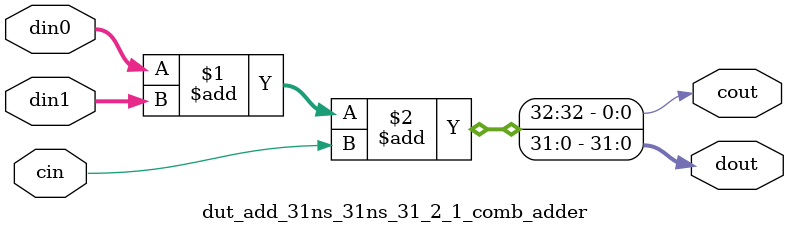
<source format=v>
`timescale 1 ns / 1 ps

module dut_add_31ns_31ns_31_2_1(clk, reset, ce, din0, din1, dout);
parameter ID         = 1;              // core ID, unused in RTL
parameter NUM_STAGE  = 2;
parameter din0_WIDTH = 31;   // data bitwidth
parameter din1_WIDTH = 31;   // 
parameter dout_WIDTH = 31;   // output bitwidth

// ---- input/output ports list here ----
input   clk;
input   reset;
input   ce;
input  [din0_WIDTH - 1 : 0] din0;
input  [din1_WIDTH - 1 : 0] din1;

output [dout_WIDTH - 1 : 0] dout;
//   

// wire for the primary inputs
wire [31 - 1 : 0] ain_s0 = din0;
wire [31 - 1 : 0] bin_s0 = din1;

// This AddSub module have totally 2 stages. For each stage the adder's width are:
// [15,16]
//  
//   

// Stage 1 logic
wire [15 - 1 : 0]    fas_s1;
wire                 facout_s1;
// 
reg  [16 - 1 : 0]    ain_s1;
reg  [16 - 1 : 0]    bin_s1;
reg  [15 - 1 : 0]    sum_s1;
reg                  carry_s1;
// 
//  
//  
// 
dut_add_31ns_31ns_31_2_1_comb_adder #(
    .N    ( 15 )
) u1 (
    .din0    ( ain_s0[15 - 1 : 0] ),
    .din1    ( bin_s0[15 - 1 : 0] ),
    .cin  ( 1'b0 ),
    .dout    ( fas_s1 ),
    .cout ( facout_s1 )
);

// 
always @ (posedge clk) begin
    if (ce) begin
        sum_s1   <= fas_s1;
        carry_s1 <= facout_s1;
    end
end

always @ (posedge clk) begin
    if (ce) begin
        ain_s1 <= ain_s0[31 - 1 : 15];
    end
end

always @ (posedge clk) begin
    if (ce) begin
        bin_s1 <= bin_s0[31 - 1 : 15];
    end
end
//  
//   

// Stage 2 logic
wire [16 - 1 : 0]    fas_s2;
wire                 facout_s2;
// 
// 
dut_add_31ns_31ns_31_2_1_comb_adder #(
    .N    ( 16 )
) u2 (
    .din0    ( ain_s1[16 - 1 : 0] ),
    .din1    ( bin_s1[16 - 1 : 0] ),
    .cin  ( carry_s1 ),
    .dout    ( fas_s2 ),
    .cout ( facout_s2 )
);

// 
assign dout = {fas_s2, sum_s1 };
//  
// 
endmodule

// small adder
module dut_add_31ns_31ns_31_2_1_comb_adder 
#(parameter
    N = 32
)(
    input  [N-1 : 0]    din0,
    input  [N-1 : 0]    din1,
    input  wire         cin,
    output [N-1 : 0]    dout,
    output wire         cout
);
assign {cout, dout} = din0 + din1 + cin;
endmodule
// 

</source>
